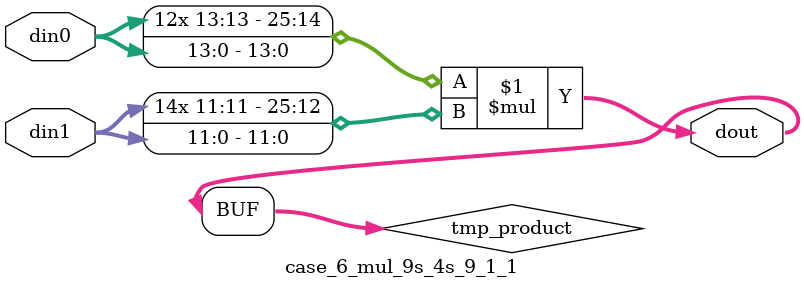
<source format=v>

`timescale 1 ns / 1 ps

 module case_6_mul_9s_4s_9_1_1(din0, din1, dout);
parameter ID = 1;
parameter NUM_STAGE = 0;
parameter din0_WIDTH = 14;
parameter din1_WIDTH = 12;
parameter dout_WIDTH = 26;

input [din0_WIDTH - 1 : 0] din0; 
input [din1_WIDTH - 1 : 0] din1; 
output [dout_WIDTH - 1 : 0] dout;

wire signed [dout_WIDTH - 1 : 0] tmp_product;



























assign tmp_product = $signed(din0) * $signed(din1);








assign dout = tmp_product;





















endmodule

</source>
